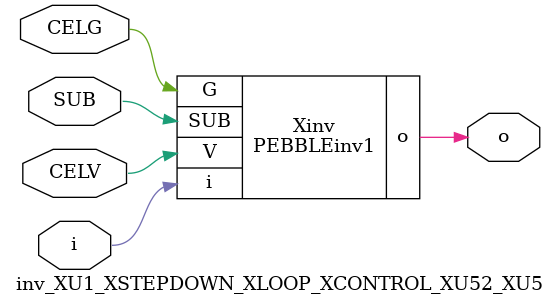
<source format=v>



module PEBBLEinv1 ( o, G, SUB, V, i );

  input V;
  input i;
  input G;
  output o;
  input SUB;
endmodule

//Celera Confidential Do Not Copy inv_XU1_XSTEPDOWN_XLOOP_XCONTROL_XU52_XU5
//Celera Confidential Symbol Generator
//5V Inverter
module inv_XU1_XSTEPDOWN_XLOOP_XCONTROL_XU52_XU5 (CELV,CELG,i,o,SUB);
input CELV;
input CELG;
input i;
input SUB;
output o;

//Celera Confidential Do Not Copy inv
PEBBLEinv1 Xinv(
.V (CELV),
.i (i),
.o (o),
.SUB (SUB),
.G (CELG)
);
//,diesize,PEBBLEinv1

//Celera Confidential Do Not Copy Module End
//Celera Schematic Generator
endmodule

</source>
